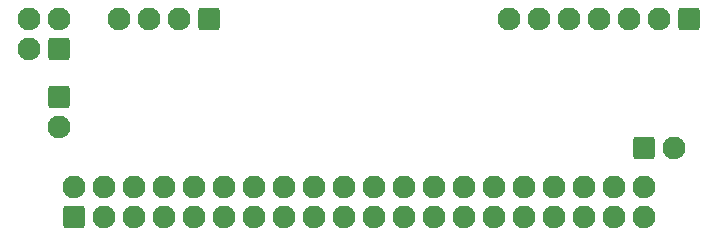
<source format=gbs>
G04 Layer_Color=16711935*
%FSLAX25Y25*%
%MOIN*%
G70*
G01*
G75*
%ADD43C,0.07600*%
G04:AMPARAMS|DCode=44|XSize=76mil|YSize=76mil|CornerRadius=14.2mil|HoleSize=0mil|Usage=FLASHONLY|Rotation=270.000|XOffset=0mil|YOffset=0mil|HoleType=Round|Shape=RoundedRectangle|*
%AMROUNDEDRECTD44*
21,1,0.07600,0.04760,0,0,270.0*
21,1,0.04760,0.07600,0,0,270.0*
1,1,0.02840,-0.02380,-0.02380*
1,1,0.02840,-0.02380,0.02380*
1,1,0.02840,0.02380,0.02380*
1,1,0.02840,0.02380,-0.02380*
%
%ADD44ROUNDEDRECTD44*%
G04:AMPARAMS|DCode=45|XSize=76mil|YSize=76mil|CornerRadius=14.2mil|HoleSize=0mil|Usage=FLASHONLY|Rotation=180.000|XOffset=0mil|YOffset=0mil|HoleType=Round|Shape=RoundedRectangle|*
%AMROUNDEDRECTD45*
21,1,0.07600,0.04760,0,0,180.0*
21,1,0.04760,0.07600,0,0,180.0*
1,1,0.02840,-0.02380,0.02380*
1,1,0.02840,0.02380,0.02380*
1,1,0.02840,0.02380,-0.02380*
1,1,0.02840,-0.02380,-0.02380*
%
%ADD45ROUNDEDRECTD45*%
D43*
X223000Y32000D02*
D03*
X18000Y39000D02*
D03*
X168000Y75000D02*
D03*
X178000D02*
D03*
X188000D02*
D03*
X218000D02*
D03*
X208000D02*
D03*
X198000D02*
D03*
X58000D02*
D03*
X48000D02*
D03*
X38000D02*
D03*
X8000Y65000D02*
D03*
X18000Y75000D02*
D03*
X8000D02*
D03*
X33000Y9000D02*
D03*
X43000D02*
D03*
X53000D02*
D03*
X63000D02*
D03*
X73000D02*
D03*
X83000D02*
D03*
X93000D02*
D03*
X103000D02*
D03*
X113000D02*
D03*
X123000D02*
D03*
X133000D02*
D03*
X143000D02*
D03*
X153000D02*
D03*
X163000D02*
D03*
X173000D02*
D03*
X183000D02*
D03*
X193000D02*
D03*
X203000D02*
D03*
X213000D02*
D03*
X23000Y19000D02*
D03*
X33000D02*
D03*
X43000D02*
D03*
X53000D02*
D03*
X63000D02*
D03*
X73000D02*
D03*
X83000D02*
D03*
X93000D02*
D03*
X103000D02*
D03*
X113000D02*
D03*
X123000D02*
D03*
X133000D02*
D03*
X143000D02*
D03*
X153000D02*
D03*
X163000D02*
D03*
X173000D02*
D03*
X183000D02*
D03*
X193000D02*
D03*
X203000D02*
D03*
X213000D02*
D03*
D44*
Y32000D02*
D03*
X228000Y75000D02*
D03*
X68000D02*
D03*
X18000Y65000D02*
D03*
D45*
Y49000D02*
D03*
X23000Y9000D02*
D03*
M02*

</source>
